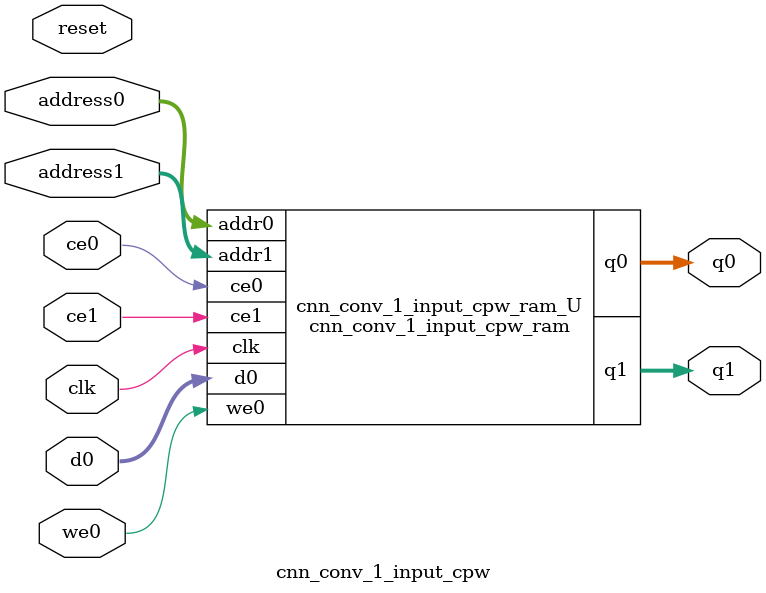
<source format=v>
`timescale 1 ns / 1 ps
module cnn_conv_1_input_cpw_ram (addr0, ce0, d0, we0, q0, addr1, ce1, q1,  clk);

parameter DWIDTH = 14;
parameter AWIDTH = 7;
parameter MEM_SIZE = 81;

input[AWIDTH-1:0] addr0;
input ce0;
input[DWIDTH-1:0] d0;
input we0;
output reg[DWIDTH-1:0] q0;
input[AWIDTH-1:0] addr1;
input ce1;
output reg[DWIDTH-1:0] q1;
input clk;

(* ram_style = "block" *)reg [DWIDTH-1:0] ram[0:MEM_SIZE-1];




always @(posedge clk)  
begin 
    if (ce0) 
    begin
        if (we0) 
        begin 
            ram[addr0] <= d0; 
        end 
        q0 <= ram[addr0];
    end
end


always @(posedge clk)  
begin 
    if (ce1) 
    begin
        q1 <= ram[addr1];
    end
end


endmodule

`timescale 1 ns / 1 ps
module cnn_conv_1_input_cpw(
    reset,
    clk,
    address0,
    ce0,
    we0,
    d0,
    q0,
    address1,
    ce1,
    q1);

parameter DataWidth = 32'd14;
parameter AddressRange = 32'd81;
parameter AddressWidth = 32'd7;
input reset;
input clk;
input[AddressWidth - 1:0] address0;
input ce0;
input we0;
input[DataWidth - 1:0] d0;
output[DataWidth - 1:0] q0;
input[AddressWidth - 1:0] address1;
input ce1;
output[DataWidth - 1:0] q1;



cnn_conv_1_input_cpw_ram cnn_conv_1_input_cpw_ram_U(
    .clk( clk ),
    .addr0( address0 ),
    .ce0( ce0 ),
    .we0( we0 ),
    .d0( d0 ),
    .q0( q0 ),
    .addr1( address1 ),
    .ce1( ce1 ),
    .q1( q1 ));

endmodule


</source>
